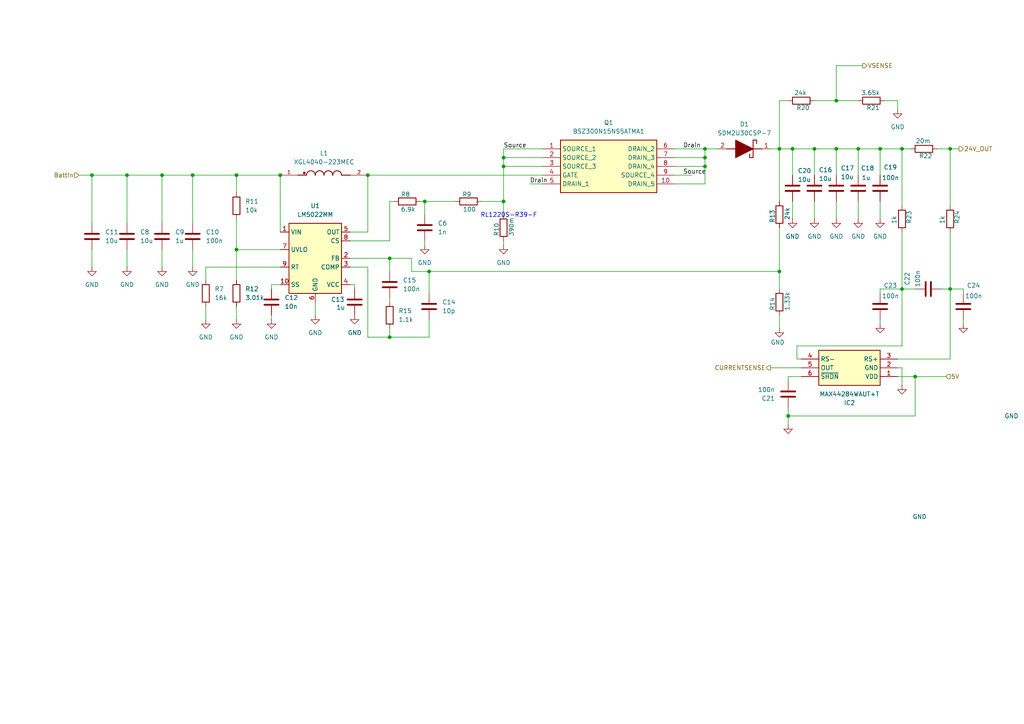
<source format=kicad_sch>
(kicad_sch (version 20231120) (generator "eeschema") (generator_version "8.0")
  (paper "A4")
  (lib_symbols
    (symbol "Device:C" (pin_numbers hide) (pin_names (offset 0.254))
      (property "Reference" "C" (at 0.635 2.54 0))
      (property "Value" "C" (at 0.635 -2.54 0))
      (symbol "C_0_1"
        (polyline (pts (xy -2.032 -0.762) (xy 2.032 -0.762)) (stroke (width 0.508)))
        (polyline (pts (xy -2.032 0.762) (xy 2.032 0.762)) (stroke (width 0.508)))
      )
      (symbol "C_1_1"
        (pin passive line (at 0 3.81 270) (length 2.794) (name "~") (number "1"))
        (pin passive line (at 0 -3.81 90) (length 2.794) (name "~") (number "2"))
      )
    )
    (symbol "Device:R" (pin_numbers hide) (pin_names (offset 0))
      (property "Reference" "R" (at 2.032 0 90))
      (property "Value" "R" (at 0 0 90))
      (symbol "R_0_1"
        (rectangle (start -1.016 -2.54) (end 1.016 2.54) (stroke (width 0.254)))
      )
      (symbol "R_1_1"
        (pin passive line (at 0 3.81 270) (length 1.27) (name "~") (number "1"))
        (pin passive line (at 0 -3.81 90) (length 1.27) (name "~") (number "2"))
      )
    )
    (symbol "Regulator_Switching:LM5022MM"
      (property "Reference" "U" (at -7.62 11.43 0))
      (property "Value" "LM5022MM" (at -2.54 11.43 0))
      (symbol "LM5022MM_0_1"
        (rectangle (start -7.62 10.16) (end 7.62 -10.16) (stroke (width 0.254)) (fill (type background)))
      )
      (symbol "LM5022MM_1_1"
        (pin power_in line (at -10.16 7.62 0) (length 2.54) (name "VIN") (number "1"))
        (pin input line (at -10.16 -7.62 0) (length 2.54) (name "SS") (number "10"))
        (pin input line (at 10.16 0 180) (length 2.54) (name "FB") (number "2"))
        (pin bidirectional line (at 10.16 -2.54 180) (length 2.54) (name "COMP") (number "3"))
        (pin power_out line (at 10.16 -7.62 180) (length 2.54) (name "VCC") (number "4"))
        (pin output line (at 10.16 7.62 180) (length 2.54) (name "OUT") (number "5"))
        (pin power_in line (at 0 -12.7 90) (length 2.54) (name "GND") (number "6"))
        (pin input line (at -10.16 2.54 0) (length 2.54) (name "UVLO") (number "7"))
        (pin input line (at 10.16 5.08 180) (length 2.54) (name "CS") (number "8"))
        (pin input line (at -10.16 -2.54 0) (length 2.54) (name "RT") (number "9"))
      )
    )
    (symbol "Senior Design:BSZ300N15NS5ATMA1"
      (property "Reference" "Q1" (at 19.05 7.62 0))
      (property "Value" "BSZ300N15NS5ATMA1" (at 19.05 5.08 0))
      (symbol "BSZ300N15NS5ATMA1_1_1"
        (rectangle (start 5.08 2.54) (end 33.02 -12.7) (stroke (width 0.254)) (fill (type background)))
        (pin passive line (at 0 0 0) (length 5.08) (name "SOURCE_1") (number "1"))
        (pin passive line (at 38.1 -10.16 180) (length 5.08) (name "DRAIN_5") (number "10"))
        (pin passive line (at 0 -2.54 0) (length 5.08) (name "SOURCE_2") (number "2"))
        (pin passive line (at 0 -5.08 0) (length 5.08) (name "SOURCE_3") (number "3"))
        (pin passive line (at 0 -7.62 0) (length 5.08) (name "GATE") (number "4"))
        (pin passive line (at 0 -10.16 0) (length 5.08) (name "DRAIN_1") (number "5"))
        (pin passive line (at 38.1 0 180) (length 5.08) (name "DRAIN_2") (number "6"))
        (pin passive line (at 38.1 -2.54 180) (length 5.08) (name "DRAIN_3") (number "7"))
        (pin passive line (at 38.1 -5.08 180) (length 5.08) (name "DRAIN_4") (number "8"))
        (pin passive line (at 38.1 -7.62 180) (length 5.08) (name "SOURCE_4") (number "9"))
      )
    )
    (symbol "Senior Design:MAX44284WAUT+T"
      (property "Reference" "IC" (at 24.13 7.62 0))
      (property "Value" "MAX44284WAUT+T" (at 24.13 5.08 0))
      (symbol "MAX44284WAUT+T_1_1"
        (rectangle (start 5.08 2.54) (end 22.86 -7.62) (stroke (width 0.254)) (fill (type background)))
        (pin passive line (at 0 0 0) (length 5.08) (name "VDD") (number "1"))
        (pin passive line (at 0 -2.54 0) (length 5.08) (name "GND") (number "2"))
        (pin passive line (at 0 -5.08 0) (length 5.08) (name "RS+") (number "3"))
        (pin passive line (at 27.94 -5.08 180) (length 5.08) (name "RS-") (number "4"))
        (pin passive line (at 27.94 -2.54 180) (length 5.08) (name "OUT") (number "5"))
        (pin passive line (at 27.94 0 180) (length 5.08) (name "~{SHDN}") (number "6"))
      )
    )
    (symbol "Senior Design:SDM2U30CSP-7" (pin_names hide)
      (property "Reference" "D" (at 12.7 8.89 0))
      (property "Value" "SDM2U30CSP-7" (at 12.7 6.35 0))
      (symbol "SDM2U30CSP-7_1_1"
        (polyline (pts (xy 5.08 0) (xy 7.62 0)) (stroke (width 0.254)))
        (polyline (pts (xy 6.604 -1.524) (xy 6.604 -2.54)) (stroke (width 0.254)))
        (polyline (pts (xy 7.62 -2.54) (xy 6.604 -2.54)) (stroke (width 0.254)))
        (polyline (pts (xy 7.62 2.54) (xy 7.62 -2.54)) (stroke (width 0.254)))
        (polyline (pts (xy 7.62 2.54) (xy 8.636 2.54)) (stroke (width 0.254)))
        (polyline (pts (xy 8.636 1.524) (xy 8.636 2.54)) (stroke (width 0.254)))
        (polyline (pts (xy 12.7 0) (xy 15.24 0)) (stroke (width 0.254)))
        (polyline (pts (xy 7.62 0) (xy 12.7 2.54) (xy 12.7 -2.54) (xy 7.62 0)) (stroke (width 0.254)) (fill (type outline)))
        (pin passive line (at 2.54 0 0) (length 2.54) (name "K") (number "1"))
        (pin passive line (at 17.78 0 180) (length 2.54) (name "A") (number "2"))
      )
    )
    (symbol "XGLInductor:XGL4040-223MEC" (pin_names (offset 1.016))
      (property "Reference" "L" (at -5.08 2.54 0))
      (property "Value" "XGL4040-223MEC" (at -5.08 -2.54 0))
      (symbol "XGL4040-223MEC_0_0"
        (circle (center -5.715 0.635) (radius 0.1905) (stroke (width 0.381)))
        (arc (start -2.54 0) (mid -3.81 1.2645) (end -5.08 0) (stroke (width 0.254)))
        (arc (start 0 0) (mid -1.27 1.2645) (end -2.54 0) (stroke (width 0.254)))
        (polyline (pts (xy -5.08 0) (xy -7.62 0)) (stroke (width 0.254)))
        (polyline (pts (xy 5.08 0) (xy 7.62 0)) (stroke (width 0.254)))
        (arc (start 2.54 0) (mid 1.27 1.2645) (end 0 0) (stroke (width 0.254)))
        (arc (start 5.08 0) (mid 3.81 1.2645) (end 2.54 0) (stroke (width 0.254)))
        (pin passive line (at -12.7 0 0) (length 5.08) (name "~") (number "1"))
        (pin passive line (at 12.7 0 180) (length 5.08) (name "~") (number "2"))
      )
    )
    (symbol "power:GND" (power) (pin_numbers hide) (pin_names (offset 0) hide)
      (property "Value" "GND" (at 0 -3.81 0))
      (symbol "GND_0_1"
        (polyline (pts (xy 0 0) (xy 0 -1.27) (xy 1.27 -1.27) (xy 0 -2.54) (xy -1.27 -1.27) (xy 0 -1.27)))
      )
      (symbol "GND_1_1"
        (pin power_in line (at 0 0 270) (length 0) (name "~") (number "1"))
      )
    )
  )
  (junction (at 275.59 43.18))
  (junction (at 124.46 78.74))
  (junction (at 36.83 50.8))
  (junction (at 204.47 48.26))
  (junction (at 123.19 58.42))
  (junction (at 255.27 43.18))
  (junction (at 204.47 45.72))
  (junction (at 261.62 83.82))
  (junction (at 261.62 43.18))
  (junction (at 226.06 78.74))
  (junction (at 242.57 29.21))
  (junction (at 228.6 120.65))
  (junction (at 265.43 109.22))
  (junction (at 68.58 72.39))
  (junction (at 236.22 43.18))
  (junction (at 204.47 43.18))
  (junction (at 146.05 48.26))
  (junction (at 146.05 45.72))
  (junction (at 55.88 50.8))
  (junction (at 275.59 83.82))
  (junction (at 81.28 50.8))
  (junction (at 242.57 43.18))
  (junction (at 68.58 50.8))
  (junction (at 226.06 43.18))
  (junction (at 113.03 74.93))
  (junction (at 113.03 97.79))
  (junction (at 26.67 50.8))
  (junction (at 46.99 50.8))
  (junction (at 229.87 43.18))
  (junction (at 146.05 58.42))
  (junction (at 248.92 43.18))
  (junction (at 106.68 50.8))
  (wire (pts (xy 124.46 97.79) (xy 124.46 92.71)))
  (wire (pts (xy 232.41 104.14) (xy 231.14 104.14)))
  (wire (pts (xy 124.46 78.74) (xy 226.06 78.74)))
  (wire (pts (xy 68.58 81.28) (xy 68.58 72.39)))
  (wire (pts (xy 113.03 58.42) (xy 114.3 58.42)))
  (wire (pts (xy 255.27 83.82) (xy 261.62 83.82)))
  (wire (pts (xy 106.68 97.79) (xy 113.03 97.79)))
  (wire (pts (xy 26.67 64.77) (xy 26.67 50.8)))
  (wire (pts (xy 113.03 58.42) (xy 113.03 69.85)))
  (wire (pts (xy 271.78 43.18) (xy 275.59 43.18)))
  (wire (pts (xy 248.92 43.18) (xy 255.27 43.18)))
  (wire (pts (xy 123.19 58.42) (xy 123.19 62.23)))
  (wire (pts (xy 228.6 109.22) (xy 232.41 109.22)))
  (wire (pts (xy 236.22 50.8) (xy 236.22 43.18)))
  (wire (pts (xy 146.05 69.85) (xy 146.05 71.12)))
  (wire (pts (xy 59.69 88.9) (xy 59.69 92.71)))
  (wire (pts (xy 113.03 74.93) (xy 113.03 78.74)))
  (wire (pts (xy 261.62 43.18) (xy 261.62 59.69)))
  (wire (pts (xy 228.6 110.49) (xy 228.6 109.22)))
  (wire (pts (xy 22.86 50.8) (xy 26.67 50.8)))
  (wire (pts (xy 279.4 85.09) (xy 279.4 83.82)))
  (wire (pts (xy 36.83 50.8) (xy 36.83 64.77)))
  (wire (pts (xy 46.99 50.8) (xy 46.99 64.77)))
  (wire (pts (xy 124.46 85.09) (xy 124.46 78.74)))
  (wire (pts (xy 228.6 120.65) (xy 228.6 123.19)))
  (wire (pts (xy 248.92 29.21) (xy 242.57 29.21)))
  (wire (pts (xy 229.87 43.18) (xy 236.22 43.18)))
  (wire (pts (xy 157.48 43.18) (xy 146.05 43.18)))
  (wire (pts (xy 255.27 43.18) (xy 255.27 50.8)))
  (wire (pts (xy 275.59 104.14) (xy 275.59 83.82)))
  (wire (pts (xy 68.58 72.39) (xy 81.28 72.39)))
  (wire (pts (xy 248.92 58.42) (xy 248.92 63.5)))
  (wire (pts (xy 146.05 43.18) (xy 146.05 45.72)))
  (wire (pts (xy 242.57 50.8) (xy 242.57 43.18)))
  (wire (pts (xy 231.14 100.33) (xy 231.14 104.14)))
  (wire (pts (xy 204.47 48.26) (xy 204.47 53.34)))
  (wire (pts (xy 279.4 93.98) (xy 279.4 92.71)))
  (wire (pts (xy 113.03 69.85) (xy 101.6 69.85)))
  (wire (pts (xy 275.59 43.18) (xy 278.13 43.18)))
  (wire (pts (xy 113.03 97.79) (xy 124.46 97.79)))
  (wire (pts (xy 204.47 43.18) (xy 208.28 43.18)))
  (wire (pts (xy 36.83 72.39) (xy 36.83 77.47)))
  (wire (pts (xy 68.58 50.8) (xy 81.28 50.8)))
  (wire (pts (xy 78.74 82.55) (xy 81.28 82.55)))
  (wire (pts (xy 59.69 77.47) (xy 81.28 77.47)))
  (wire (pts (xy 261.62 43.18) (xy 264.16 43.18)))
  (wire (pts (xy 146.05 45.72) (xy 146.05 48.26)))
  (wire (pts (xy 55.88 72.39) (xy 55.88 77.47)))
  (wire (pts (xy 139.7 58.42) (xy 146.05 58.42)))
  (wire (pts (xy 68.58 72.39) (xy 68.58 63.5)))
  (wire (pts (xy 261.62 111.76) (xy 261.62 106.68)))
  (wire (pts (xy 265.43 120.65) (xy 228.6 120.65)))
  (wire (pts (xy 123.19 58.42) (xy 132.08 58.42)))
  (wire (pts (xy 146.05 45.72) (xy 157.48 45.72)))
  (wire (pts (xy 119.38 74.93) (xy 113.03 74.93)))
  (wire (pts (xy 195.58 48.26) (xy 204.47 48.26)))
  (wire (pts (xy 261.62 67.31) (xy 261.62 83.82)))
  (wire (pts (xy 275.59 59.69) (xy 275.59 43.18)))
  (wire (pts (xy 102.87 83.82) (xy 102.87 82.55)))
  (wire (pts (xy 279.4 83.82) (xy 275.59 83.82)))
  (wire (pts (xy 236.22 63.5) (xy 236.22 58.42)))
  (wire (pts (xy 226.06 66.04) (xy 226.06 78.74)))
  (wire (pts (xy 275.59 83.82) (xy 275.59 67.31)))
  (wire (pts (xy 228.6 120.65) (xy 228.6 118.11)))
  (wire (pts (xy 265.43 109.22) (xy 260.35 109.22)))
  (wire (pts (xy 236.22 43.18) (xy 242.57 43.18)))
  (wire (pts (xy 81.28 67.31) (xy 81.28 50.8)))
  (wire (pts (xy 223.52 43.18) (xy 226.06 43.18)))
  (wire (pts (xy 146.05 48.26) (xy 146.05 58.42)))
  (wire (pts (xy 113.03 86.36) (xy 113.03 87.63)))
  (wire (pts (xy 273.05 83.82) (xy 275.59 83.82)))
  (wire (pts (xy 261.62 100.33) (xy 231.14 100.33)))
  (wire (pts (xy 248.92 50.8) (xy 248.92 43.18)))
  (wire (pts (xy 195.58 43.18) (xy 204.47 43.18)))
  (wire (pts (xy 102.87 82.55) (xy 101.6 82.55)))
  (wire (pts (xy 195.58 53.34) (xy 204.47 53.34)))
  (wire (pts (xy 91.44 87.63) (xy 91.44 91.44)))
  (wire (pts (xy 119.38 78.74) (xy 119.38 74.93)))
  (wire (pts (xy 68.58 55.88) (xy 68.58 50.8)))
  (wire (pts (xy 55.88 50.8) (xy 68.58 50.8)))
  (wire (pts (xy 204.47 45.72) (xy 204.47 48.26)))
  (wire (pts (xy 36.83 50.8) (xy 46.99 50.8)))
  (wire (pts (xy 242.57 43.18) (xy 248.92 43.18)))
  (wire (pts (xy 265.43 109.22) (xy 265.43 120.65)))
  (wire (pts (xy 153.67 53.34) (xy 157.48 53.34)))
  (wire (pts (xy 226.06 91.44) (xy 226.06 95.25)))
  (wire (pts (xy 261.62 106.68) (xy 260.35 106.68)))
  (wire (pts (xy 106.68 77.47) (xy 106.68 97.79)))
  (wire (pts (xy 121.92 58.42) (xy 123.19 58.42)))
  (wire (pts (xy 106.68 50.8) (xy 106.68 67.31)))
  (wire (pts (xy 106.68 77.47) (xy 101.6 77.47)))
  (wire (pts (xy 195.58 45.72) (xy 204.47 45.72)))
  (wire (pts (xy 226.06 43.18) (xy 226.06 29.21)))
  (wire (pts (xy 232.41 106.68) (xy 223.52 106.68)))
  (wire (pts (xy 261.62 83.82) (xy 261.62 100.33)))
  (wire (pts (xy 226.06 58.42) (xy 226.06 43.18)))
  (wire (pts (xy 113.03 74.93) (xy 101.6 74.93)))
  (wire (pts (xy 146.05 48.26) (xy 157.48 48.26)))
  (wire (pts (xy 255.27 58.42) (xy 255.27 63.5)))
  (wire (pts (xy 242.57 29.21) (xy 236.22 29.21)))
  (wire (pts (xy 242.57 58.42) (xy 242.57 63.5)))
  (wire (pts (xy 226.06 29.21) (xy 228.6 29.21)))
  (wire (pts (xy 106.68 50.8) (xy 157.48 50.8)))
  (wire (pts (xy 46.99 50.8) (xy 55.88 50.8)))
  (wire (pts (xy 113.03 95.25) (xy 113.03 97.79)))
  (wire (pts (xy 242.57 19.05) (xy 242.57 29.21)))
  (wire (pts (xy 255.27 85.09) (xy 255.27 83.82)))
  (wire (pts (xy 204.47 43.18) (xy 204.47 45.72)))
  (wire (pts (xy 274.32 109.22) (xy 265.43 109.22)))
  (wire (pts (xy 26.67 77.47) (xy 26.67 72.39)))
  (wire (pts (xy 250.19 19.05) (xy 242.57 19.05)))
  (wire (pts (xy 46.99 72.39) (xy 46.99 77.47)))
  (wire (pts (xy 260.35 31.75) (xy 260.35 29.21)))
  (wire (pts (xy 78.74 83.82) (xy 78.74 82.55)))
  (wire (pts (xy 229.87 50.8) (xy 229.87 43.18)))
  (wire (pts (xy 106.68 67.31) (xy 101.6 67.31)))
  (wire (pts (xy 55.88 50.8) (xy 55.88 64.77)))
  (wire (pts (xy 123.19 71.12) (xy 123.19 69.85)))
  (wire (pts (xy 261.62 83.82) (xy 265.43 83.82)))
  (wire (pts (xy 26.67 50.8) (xy 36.83 50.8)))
  (wire (pts (xy 255.27 93.98) (xy 255.27 92.71)))
  (wire (pts (xy 78.74 92.71) (xy 78.74 91.44)))
  (wire (pts (xy 226.06 43.18) (xy 229.87 43.18)))
  (wire (pts (xy 195.58 50.8) (xy 200.66 50.8)))
  (wire (pts (xy 255.27 43.18) (xy 261.62 43.18)))
  (wire (pts (xy 119.38 78.74) (xy 124.46 78.74)))
  (wire (pts (xy 146.05 58.42) (xy 146.05 62.23)))
  (wire (pts (xy 229.87 63.5) (xy 229.87 58.42)))
  (wire (pts (xy 260.35 104.14) (xy 275.59 104.14)))
  (wire (pts (xy 59.69 81.28) (xy 59.69 77.47)))
  (wire (pts (xy 260.35 29.21) (xy 256.54 29.21)))
  (wire (pts (xy 226.06 78.74) (xy 226.06 83.82)))
  (wire (pts (xy 68.58 88.9) (xy 68.58 92.71)))
  (text "RL1220S-R39-F" (at 147.574 62.484 0) (effects (font (size 1.27 1.27))))
  (label "Drain" (at 153.67 53.34 0))
  (label "Source" (at 198.12 50.8 0))
  (label "Drain" (at 198.12 43.18 0))
  (label "Source" (at 146.05 43.18 0))
  (hierarchical_label "5V" (shape input) (at 274.32 109.22 0))
  (hierarchical_label "VSENSE" (shape output) (at 250.19 19.05 0))
  (hierarchical_label "CURRENTSENSE" (shape output) (at 223.52 106.68 180))
  (hierarchical_label "BattIn" (shape input) (at 22.86 50.8 180))
  (hierarchical_label "24V_OUT" (shape output) (at 278.13 43.18 0))
  (symbol (lib_id "Device:R") (at 275.59 63.5 0) (unit 1)
    (property "Reference" "R24" (at 277.622 62.992 90))
    (property "Value" "1k" (at 273.304 63.754 90))
    (property "Footprint" "Resistor_SMD:R_0402_1005Metric" (effects (hide yes)))
    (property "Description" "Resistor" (effects (hide yes)))
  )
  (symbol (lib_id "Device:R") (at 232.41 29.21 270) (unit 1)
    (property "Reference" "R20" (at 232.918 31.242 90))
    (property "Value" "24k" (at 232.156 26.924 90))
    (property "Footprint" "Resistor_SMD:R_0402_1005Metric" (effects (hide yes)))
    (property "Description" "Resistor" (effects (hide yes)))
  )
  (symbol (lib_id "power:GND") (at 242.57 63.5 0) (unit 1)
    (property "Reference" "#PWR022" (effects (hide yes)))
    (property "Value" "GND" (at 242.57 68.58 0))
    (property "Description" "Power symbol creates a global label with name \"GND\" , ground" (effects (hide yes)))
  )
  (symbol (lib_id "Device:C") (at 36.83 68.58 0) (unit 1)
    (property "Reference" "C8" (at 40.64 67.3099 0) (effects (justify left)))
    (property "Value" "10u" (at 40.64 69.8499 0) (effects (justify left)))
    (property "Footprint" "Capacitor_SMD:C_0603_1608Metric_Pad1.08x0.95mm_HandSolder" (effects (hide yes)))
    (property "Description" "Unpolarized capacitor" (effects (hide yes)))
  )
  (symbol (lib_id "Device:C") (at 113.03 82.55 0) (unit 1)
    (property "Reference" "C15" (at 116.84 81.2799 0) (effects (justify left)))
    (property "Value" "100n" (at 116.84 83.8199 0) (effects (justify left)))
    (property "Footprint" "Capacitor_SMD:C_0402_1005Metric_Pad0.74x0.62mm_HandSolder" (effects (hide yes)))
    (property "Description" "Unpolarized capacitor" (effects (hide yes)))
  )
  (symbol (lib_id "power:GND") (at 261.62 111.76 0) (unit 1)
    (property "Reference" "#PWR034" (effects (hide yes)))
    (property "Value" "GND" (at 299.72 138.43 0))
    (property "Description" "Power symbol creates a global label with name \"GND\" , ground" (effects (hide yes)))
  )
  (symbol (lib_id "power:GND") (at 255.27 63.5 0) (unit 1)
    (property "Reference" "#PWR024" (effects (hide yes)))
    (property "Value" "GND" (at 255.27 68.58 0))
    (property "Description" "Power symbol creates a global label with name \"GND\" , ground" (effects (hide yes)))
  )
  (symbol (lib_id "power:GND") (at 229.87 63.5 0) (unit 1)
    (property "Reference" "#PWR025" (effects (hide yes)))
    (property "Value" "GND" (at 229.87 68.58 0))
    (property "Description" "Power symbol creates a global label with name \"GND\" , ground" (effects (hide yes)))
  )
  (symbol (lib_id "Device:C") (at 123.19 66.04 0) (unit 1)
    (property "Reference" "C6" (at 127 64.7699 0) (effects (justify left)))
    (property "Value" "1n" (at 127 67.3099 0) (effects (justify left)))
    (property "Footprint" "Capacitor_SMD:C_0402_1005Metric_Pad0.74x0.62mm_HandSolder" (effects (hide yes)))
    (property "Description" "Unpolarized capacitor" (effects (hide yes)))
  )
  (symbol (lib_id "power:GND") (at 255.27 93.98 0) (unit 1)
    (property "Reference" "#PWR035" (effects (hide yes)))
    (property "Value" "GND" (at 293.37 120.65 0))
    (property "Description" "Power symbol creates a global label with name \"GND\" , ground" (effects (hide yes)))
  )
  (symbol (lib_id "Device:C") (at 124.46 88.9 0) (unit 1)
    (property "Reference" "C14" (at 128.27 87.6299 0) (effects (justify left)))
    (property "Value" "10p" (at 128.27 90.1699 0) (effects (justify left)))
    (property "Footprint" "Capacitor_SMD:C_0402_1005Metric_Pad0.74x0.62mm_HandSolder" (effects (hide yes)))
    (property "Description" "Unpolarized capacitor" (effects (hide yes)))
  )
  (symbol (lib_id "Device:R") (at 68.58 85.09 0) (unit 1)
    (property "Reference" "R12" (at 71.12 83.8199 0) (effects (justify left)))
    (property "Value" "3.01k" (at 71.12 86.3599 0) (effects (justify left)))
    (property "Footprint" "Resistor_SMD:R_0402_1005Metric" (effects (hide yes)))
    (property "Description" "Resistor" (effects (hide yes)))
  )
  (symbol (lib_id "power:GND") (at 46.99 77.47 0) (unit 1)
    (property "Reference" "#PWR015" (effects (hide yes)))
    (property "Value" "GND" (at 46.99 82.55 0))
    (property "Description" "Power symbol creates a global label with name \"GND\" , ground" (effects (hide yes)))
  )
  (symbol (lib_id "power:GND") (at 102.87 91.44 0) (unit 1)
    (property "Reference" "#PWR019" (effects (hide yes)))
    (property "Value" "GND" (at 102.87 96.52 0))
    (property "Description" "Power symbol creates a global label with name \"GND\" , ground" (effects (hide yes)))
  )
  (symbol (lib_id "Device:C") (at 102.87 87.63 0) (unit 1)
    (property "Reference" "C13" (at 96.012 86.868 0) (effects (justify left)))
    (property "Value" "1u" (at 97.536 89.154 0) (effects (justify left)))
    (property "Footprint" "Capacitor_SMD:C_0402_1005Metric_Pad0.74x0.62mm_HandSolder" (effects (hide yes)))
    (property "Description" "Unpolarized capacitor" (effects (hide yes)))
  )
  (symbol (lib_id "power:GND") (at 68.58 92.71 0) (unit 1)
    (property "Reference" "#PWR017" (effects (hide yes)))
    (property "Value" "GND" (at 68.58 97.79 0))
    (property "Description" "Power symbol creates a global label with name \"GND\" , ground" (effects (hide yes)))
  )
  (symbol (lib_id "power:GND") (at 260.35 31.75 0) (unit 1)
    (property "Reference" "#PWR032" (effects (hide yes)))
    (property "Value" "GND" (at 260.35 36.83 0))
    (property "Description" "Power symbol creates a global label with name \"GND\" , ground" (effects (hide yes)))
  )
  (symbol (lib_id "power:GND") (at 228.6 123.19 0) (unit 1)
    (property "Reference" "#PWR033" (effects (hide yes)))
    (property "Value" "GND" (at 266.7 149.86 0))
    (property "Description" "Power symbol creates a global label with name \"GND\" , ground" (effects (hide yes)))
  )
  (symbol (lib_id "Device:C") (at 236.22 54.61 0) (unit 1)
    (property "Reference" "C16" (at 237.49 49.276 0) (effects (justify left)))
    (property "Value" "10u" (at 237.49 51.816 0) (effects (justify left)))
    (property "Footprint" "Capacitor_SMD:C_0603_1608Metric_Pad1.08x0.95mm_HandSolder" (effects (hide yes)))
    (property "Description" "Unpolarized capacitor" (effects (hide yes)))
  )
  (symbol (lib_id "XGLInductor:XGL4040-223MEC") (at 93.98 50.8 0) (unit 1)
    (property "Reference" "L1" (at 93.98 44.45 0))
    (property "Value" "XGL4040-223MEC" (at 93.98 46.99 0))
    (property "Footprint" "XGL4040-223MEC:IND_XGL4040-223MEC" (effects (hide yes)))
    (property "PARTREV" "10/08/21" (effects (hide yes)))
    (property "MANUFACTURER" "Coilcraft" (effects (hide yes)))
    (property "MAXIMUM_PACKAGE_HEIGHT" "4.1mm" (effects (hide yes)))
    (property "STANDARD" "Manufacturer Recommendations" (effects (hide yes)))
  )
  (symbol (lib_id "power:GND") (at 146.05 71.12 0) (unit 1)
    (property "Reference" "#PWR012" (effects (hide yes)))
    (property "Value" "GND" (at 146.05 76.2 0))
    (property "Description" "Power symbol creates a global label with name \"GND\" , ground" (effects (hide yes)))
  )
  (symbol (lib_id "power:GND") (at 26.67 77.47 0) (unit 1)
    (property "Reference" "#PWR013" (effects (hide yes)))
    (property "Value" "GND" (at 26.67 82.55 0))
    (property "Description" "Power symbol creates a global label with name \"GND\" , ground" (effects (hide yes)))
  )
  (symbol (lib_id "power:GND") (at 248.92 63.5 0) (unit 1)
    (property "Reference" "#PWR023" (effects (hide yes)))
    (property "Value" "GND" (at 248.92 68.58 0))
    (property "Description" "Power symbol creates a global label with name \"GND\" , ground" (effects (hide yes)))
  )
  (symbol (lib_id "power:GND") (at 123.19 71.12 0) (unit 1)
    (property "Reference" "#PWR011" (effects (hide yes)))
    (property "Value" "GND" (at 123.19 76.2 0))
    (property "Description" "Power symbol creates a global label with name \"GND\" , ground" (effects (hide yes)))
  )
  (symbol (lib_id "power:GND") (at 59.69 92.71 0) (unit 1)
    (property "Reference" "#PWR010" (effects (hide yes)))
    (property "Value" "GND" (at 59.69 97.79 0))
    (property "Description" "Power symbol creates a global label with name \"GND\" , ground" (effects (hide yes)))
  )
  (symbol (lib_id "Device:C") (at 242.57 54.61 0) (unit 1)
    (property "Reference" "C17" (at 243.84 48.768 0) (effects (justify left)))
    (property "Value" "10u" (at 243.84 51.308 0) (effects (justify left)))
    (property "Footprint" "Capacitor_SMD:C_0603_1608Metric_Pad1.08x0.95mm_HandSolder" (effects (hide yes)))
    (property "Description" "Unpolarized capacitor" (effects (hide yes)))
  )
  (symbol (lib_id "Device:C") (at 46.99 68.58 0) (unit 1)
    (property "Reference" "C9" (at 50.8 67.3099 0) (effects (justify left)))
    (property "Value" "1u" (at 50.8 69.8499 0) (effects (justify left)))
    (property "Footprint" "Capacitor_SMD:C_0402_1005Metric_Pad0.74x0.62mm_HandSolder" (effects (hide yes)))
    (property "Description" "Unpolarized capacitor" (effects (hide yes)))
  )
  (symbol (lib_id "Device:C") (at 269.24 83.82 90) (unit 1)
    (property "Reference" "C22" (at 263.144 82.804 0) (effects (justify left)))
    (property "Value" "100n" (at 266.192 83.312 0) (effects (justify left)))
    (property "Footprint" "Capacitor_SMD:C_0402_1005Metric_Pad0.74x0.62mm_HandSolder" (effects (hide yes)))
    (property "Description" "Unpolarized capacitor" (effects (hide yes)))
  )
  (symbol (lib_id "Device:C") (at 248.92 54.61 0) (unit 1)
    (property "Reference" "C18" (at 249.682 48.768 0) (effects (justify left)))
    (property "Value" "1u" (at 249.936 51.562 0) (effects (justify left)))
    (property "Footprint" "Capacitor_SMD:C_0402_1005Metric_Pad0.74x0.62mm_HandSolder" (effects (hide yes)))
    (property "Description" "Unpolarized capacitor" (effects (hide yes)))
  )
  (symbol (lib_id "Senior Design:SDM2U30CSP-7") (at 226.06 43.18 180) (unit 1)
    (property "Reference" "D1" (at 215.9 36.0537 0))
    (property "Value" "SDM2U30CSP-7" (at 215.9 38.5937 0))
    (property "Footprint" "X3-WLB1608-2" (effects (hide yes)))
    (property "Datasheet" "https://www.diodes.com//assets/Datasheets/SDM2U30CSP.pdf" (effects (hide yes)))
    (property "Description" "Diode Schottky 30V 2A 2-Pin X3-WLP T/R" (effects (hide yes)))
    (property "Mouser Part Number" "621-SDM2U30CSP-7" (effects (hide yes)))
    (property "Mouser Price/Stock" "https://www.mouser.co.uk/ProductDetail/Diodes-Incorporated/SDM2U30CSP-7?qs=jXf%2FRVhl83bjw7zUx%2Fp5iw%3D%3D" (effects (hide yes)))
    (property "Manufacturer_Name" "Diodes Incorporated" (effects (hide yes)))
    (property "Manufacturer_Part_Number" "SDM2U30CSP-7" (effects (hide yes)))
  )
  (symbol (lib_id "Device:R") (at 267.97 43.18 270) (unit 1)
    (property "Reference" "R22" (at 268.478 45.212 90))
    (property "Value" "20m" (at 267.716 40.894 90))
    (property "Footprint" "Capacitor_SMD:C_0201_0603Metric_Pad0.64x0.40mm_HandSolder" (effects (hide yes)))
    (property "Description" "Resistor" (effects (hide yes)))
  )
  (symbol (lib_id "Device:C") (at 78.74 87.63 0) (unit 1)
    (property "Reference" "C12" (at 82.55 86.3599 0) (effects (justify left)))
    (property "Value" "10n" (at 82.55 88.8999 0) (effects (justify left)))
    (property "Footprint" "Capacitor_SMD:C_0402_1005Metric_Pad0.74x0.62mm_HandSolder" (effects (hide yes)))
    (property "Description" "Unpolarized capacitor" (effects (hide yes)))
  )
  (symbol (lib_id "Senior Design:BSZ300N15NS5ATMA1") (at 157.48 43.18 0) (unit 1)
    (property "Reference" "Q1" (at 176.53 35.56 0))
    (property "Value" "BSZ300N15NS5ATMA1" (at 176.53 38.1 0))
    (property "Footprint" "BSZ300N15NS5ATMA1" (effects (hide yes)))
    (property "Datasheet" "https://www.arrow.com/en/products/bsz300n15ns5atma1/infineon-technologies-ag" (effects (hide yes)))
    (property "Description" "Trans MOSFET N-CH 150V 32A Automotive 8-Pin TSDSON EP T/R" (effects (hide yes)))
    (property "Height" "1.1" (effects (hide yes)))
    (property "Manufacturer_Name" "Infineon" (effects (hide yes)))
    (property "Manufacturer_Part_Number" "BSZ300N15NS5ATMA1" (effects (hide yes)))
  )
  (symbol (lib_id "Regulator_Switching:LM5022MM") (at 91.44 74.93 0) (unit 1)
    (property "Reference" "U1" (at 91.44 59.69 0))
    (property "Value" "LM5022MM" (at 91.44 62.23 0))
    (property "Footprint" "Package_SO:MSOP-10_3x3mm_P0.5mm" (effects (hide yes)))
    (property "Datasheet" "http://www.ti.com/lit/ds/symlink/lm5022.pdf" (effects (hide yes)))
    (property "Description" "60-V Low-Side Controller for Boost and SEPIC, MSOP-10" (effects (hide yes)))
  )
  (symbol (lib_id "power:GND") (at 236.22 63.5 0) (unit 1)
    (property "Reference" "#PWR021" (effects (hide yes)))
    (property "Value" "GND" (at 236.22 68.58 0))
    (property "Description" "Power symbol creates a global label with name \"GND\" , ground" (effects (hide yes)))
  )
  (symbol (lib_id "Device:C") (at 229.87 54.61 0) (unit 1)
    (property "Reference" "C20" (at 231.394 49.53 0) (effects (justify left)))
    (property "Value" "10u" (at 231.394 52.07 0) (effects (justify left)))
    (property "Footprint" "Capacitor_SMD:C_0603_1608Metric_Pad1.08x0.95mm_HandSolder" (effects (hide yes)))
    (property "Description" "Unpolarized capacitor" (effects (hide yes)))
  )
  (symbol (lib_id "power:GND") (at 55.88 77.47 0) (unit 1)
    (property "Reference" "#PWR016" (effects (hide yes)))
    (property "Value" "GND" (at 55.88 82.55 0))
    (property "Description" "Power symbol creates a global label with name \"GND\" , ground" (effects (hide yes)))
  )
  (symbol (lib_id "Device:R") (at 118.11 58.42 90) (unit 1)
    (property "Reference" "R8" (at 117.602 56.388 90))
    (property "Value" "6.9k" (at 118.364 60.706 90))
    (property "Footprint" "Resistor_SMD:R_0402_1005Metric" (effects (hide yes)))
    (property "Description" "Resistor" (effects (hide yes)))
  )
  (symbol (lib_id "Device:R") (at 261.62 63.5 0) (unit 1)
    (property "Reference" "R23" (at 263.652 62.992 90))
    (property "Value" "1k" (at 259.334 63.754 90))
    (property "Footprint" "Resistor_SMD:R_0402_1005Metric" (effects (hide yes)))
    (property "Description" "Resistor" (effects (hide yes)))
  )
  (symbol (lib_id "Senior Design:MAX44284WAUT+T") (at 260.35 109.22 180) (unit 1)
    (property "Reference" "IC2" (at 246.38 116.84 0))
    (property "Value" "MAX44284WAUT+T" (at 246.38 114.3 0))
    (property "Footprint" "SOT95P280X145-6N" (effects (hide yes)))
    (property "Datasheet" "https://datasheets.maximintegrated.com/en/ds/MAX44284.pdf" (effects (hide yes)))
    (property "Description" "CURRENT SENSE AMPLIFIER, 1KHZ, SOT-23-6" (effects (hide yes)))
    (property "Height" "1.45" (effects (hide yes)))
    (property "Mouser Part Number" "700-MAX44284WAUT+T" (effects (hide yes)))
    (property "Mouser Price/Stock" "https://www.mouser.co.uk/ProductDetail/Analog-Devices-Maxim-Integrated/MAX44284WAUT%2bT?qs=ZrtEiRxEuI6rhFncTYtjZA%3D%3D" (effects (hide yes)))
    (property "Manufacturer_Name" "Analog Devices" (effects (hide yes)))
    (property "Manufacturer_Part_Number" "MAX44284WAUT+T" (effects (hide yes)))
  )
  (symbol (lib_id "Device:R") (at 135.89 58.42 90) (unit 1)
    (property "Reference" "R9" (at 135.382 56.388 90))
    (property "Value" "100" (at 136.144 60.706 90))
    (property "Footprint" "Resistor_SMD:R_0402_1005Metric" (effects (hide yes)))
    (property "Description" "Resistor" (effects (hide yes)))
  )
  (symbol (lib_id "Device:C") (at 26.67 68.58 0) (unit 1)
    (property "Reference" "C11" (at 30.48 67.3099 0) (effects (justify left)))
    (property "Value" "10u" (at 30.48 69.8499 0) (effects (justify left)))
    (property "Footprint" "Capacitor_SMD:C_0603_1608Metric_Pad1.08x0.95mm_HandSolder" (effects (hide yes)))
    (property "Description" "Unpolarized capacitor" (effects (hide yes)))
  )
  (symbol (lib_id "power:GND") (at 226.06 95.25 0) (unit 1)
    (property "Reference" "#PWR020" (effects (hide yes)))
    (property "Value" "GND" (at 225.552 99.314 0))
    (property "Description" "Power symbol creates a global label with name \"GND\" , ground" (effects (hide yes)))
  )
  (symbol (lib_id "power:GND") (at 78.74 92.71 0) (unit 1)
    (property "Reference" "#PWR018" (effects (hide yes)))
    (property "Value" "GND" (at 78.74 97.79 0))
    (property "Description" "Power symbol creates a global label with name \"GND\" , ground" (effects (hide yes)))
  )
  (symbol (lib_id "Device:C") (at 255.27 88.9 0) (unit 1)
    (property "Reference" "C23" (at 256.286 82.804 0) (effects (justify left)))
    (property "Value" "100n" (at 255.778 85.852 0) (effects (justify left)))
    (property "Footprint" "Capacitor_SMD:C_0402_1005Metric_Pad0.74x0.62mm_HandSolder" (effects (hide yes)))
    (property "Description" "Unpolarized capacitor" (effects (hide yes)))
  )
  (symbol (lib_id "Device:R") (at 226.06 87.63 180) (unit 1)
    (property "Reference" "R14" (at 224.028 88.138 90))
    (property "Value" "1.33k" (at 228.346 87.376 90))
    (property "Footprint" "Resistor_SMD:R_0402_1005Metric" (effects (hide yes)))
    (property "Description" "Resistor" (effects (hide yes)))
  )
  (symbol (lib_id "power:GND") (at 36.83 77.47 0) (unit 1)
    (property "Reference" "#PWR014" (effects (hide yes)))
    (property "Value" "GND" (at 36.83 82.55 0))
    (property "Description" "Power symbol creates a global label with name \"GND\" , ground" (effects (hide yes)))
  )
  (symbol (lib_id "Device:C") (at 55.88 68.58 0) (unit 1)
    (property "Reference" "C10" (at 59.69 67.3099 0) (effects (justify left)))
    (property "Value" "100n" (at 59.69 69.8499 0) (effects (justify left)))
    (property "Footprint" "Capacitor_SMD:C_0402_1005Metric_Pad0.74x0.62mm_HandSolder" (effects (hide yes)))
    (property "Description" "Unpolarized capacitor" (effects (hide yes)))
  )
  (symbol (lib_id "Device:R") (at 226.06 62.23 180) (unit 1)
    (property "Reference" "R13" (at 224.028 62.738 90))
    (property "Value" "24k" (at 228.346 61.976 90))
    (property "Footprint" "Resistor_SMD:R_0402_1005Metric" (effects (hide yes)))
    (property "Description" "Resistor" (effects (hide yes)))
  )
  (symbol (lib_id "Device:R") (at 68.58 59.69 0) (unit 1)
    (property "Reference" "R11" (at 71.12 58.4199 0) (effects (justify left)))
    (property "Value" "10k" (at 71.12 60.9599 0) (effects (justify left)))
    (property "Footprint" "Resistor_SMD:R_0402_1005Metric" (effects (hide yes)))
    (property "Description" "Resistor" (effects (hide yes)))
  )
  (symbol (lib_id "power:GND") (at 279.4 93.98 0) (unit 1)
    (property "Reference" "#PWR036" (effects (hide yes)))
    (property "Value" "GND" (at 317.5 120.65 0))
    (property "Description" "Power symbol creates a global label with name \"GND\" , ground" (effects (hide yes)))
  )
  (symbol (lib_id "Device:C") (at 228.6 114.3 180) (unit 1)
    (property "Reference" "C21" (at 224.79 115.5701 0) (effects (justify left)))
    (property "Value" "100n" (at 224.79 113.0301 0) (effects (justify left)))
    (property "Footprint" "Capacitor_SMD:C_0402_1005Metric_Pad0.74x0.62mm_HandSolder" (effects (hide yes)))
    (property "Description" "Unpolarized capacitor" (effects (hide yes)))
  )
  (symbol (lib_id "Device:R") (at 146.05 66.04 180) (unit 1)
    (property "Reference" "R10" (at 144.018 66.548 90))
    (property "Value" "390m" (at 148.336 65.786 90))
    (property "Footprint" "Resistor_SMD:R_0805_2012Metric_Pad1.20x1.40mm_HandSolder" (effects (hide yes)))
    (property "Description" "Resistor" (effects (hide yes)))
  )
  (symbol (lib_id "Device:R") (at 252.73 29.21 270) (unit 1)
    (property "Reference" "R21" (at 253.238 31.242 90))
    (property "Value" "3.65k" (at 252.476 26.924 90))
    (property "Footprint" "Resistor_SMD:R_0402_1005Metric" (effects (hide yes)))
    (property "Description" "Resistor" (effects (hide yes)))
  )
  (symbol (lib_id "Device:R") (at 113.03 91.44 0) (unit 1)
    (property "Reference" "R15" (at 115.57 90.1699 0) (effects (justify left)))
    (property "Value" "1.1k" (at 115.57 92.7099 0) (effects (justify left)))
    (property "Footprint" "Resistor_SMD:R_0402_1005Metric" (effects (hide yes)))
    (property "Description" "Resistor" (effects (hide yes)))
  )
  (symbol (lib_id "Device:C") (at 279.4 88.9 0) (unit 1)
    (property "Reference" "C24" (at 280.416 82.804 0) (effects (justify left)))
    (property "Value" "100n" (at 279.908 85.852 0) (effects (justify left)))
    (property "Footprint" "Capacitor_SMD:C_0402_1005Metric_Pad0.74x0.62mm_HandSolder" (effects (hide yes)))
    (property "Description" "Unpolarized capacitor" (effects (hide yes)))
  )
  (symbol (lib_id "Device:R") (at 59.69 85.09 0) (unit 1)
    (property "Reference" "R7" (at 62.23 83.8199 0) (effects (justify left)))
    (property "Value" "16k" (at 62.23 86.3599 0) (effects (justify left)))
    (property "Footprint" "Resistor_SMD:R_0402_1005Metric" (effects (hide yes)))
    (property "Description" "Resistor" (effects (hide yes)))
  )
  (symbol (lib_id "Device:C") (at 255.27 54.61 0) (unit 1)
    (property "Reference" "C19" (at 256.286 48.514 0) (effects (justify left)))
    (property "Value" "100n" (at 255.778 51.562 0) (effects (justify left)))
    (property "Footprint" "Capacitor_SMD:C_0402_1005Metric_Pad0.74x0.62mm_HandSolder" (effects (hide yes)))
    (property "Description" "Unpolarized capacitor" (effects (hide yes)))
  )
  (symbol (lib_id "power:GND") (at 91.44 91.44 0) (unit 1)
    (property "Reference" "#PWR09" (effects (hide yes)))
    (property "Value" "GND" (at 91.44 96.52 0))
    (property "Description" "Power symbol creates a global label with name \"GND\" , ground" (effects (hide yes)))
  )
)
</source>
